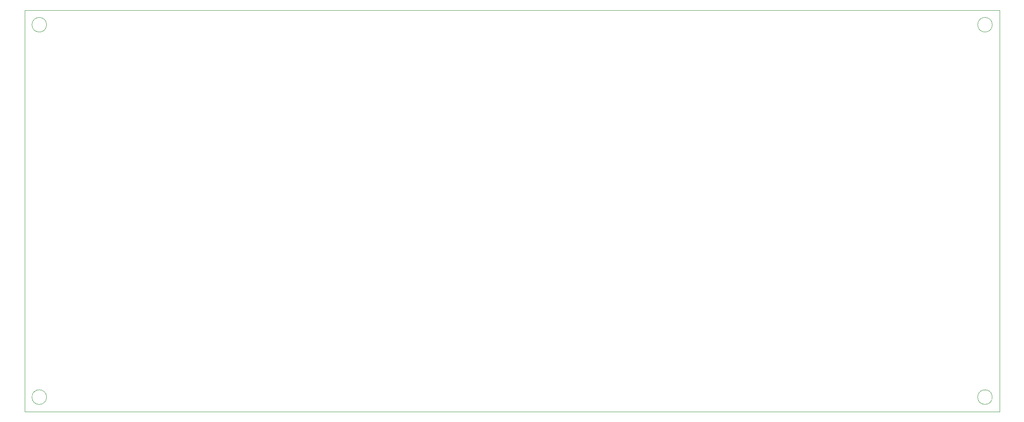
<source format=gbr>
%TF.GenerationSoftware,KiCad,Pcbnew,(6.0.1)*%
%TF.CreationDate,2023-09-19T13:45:30-05:00*%
%TF.ProjectId,TestMotherboard,54657374-4d6f-4746-9865-72626f617264,rev?*%
%TF.SameCoordinates,Original*%
%TF.FileFunction,Profile,NP*%
%FSLAX46Y46*%
G04 Gerber Fmt 4.6, Leading zero omitted, Abs format (unit mm)*
G04 Created by KiCad (PCBNEW (6.0.1)) date 2023-09-19 13:45:30*
%MOMM*%
%LPD*%
G01*
G04 APERTURE LIST*
%TA.AperFunction,Profile*%
%ADD10C,0.100000*%
%TD*%
G04 APERTURE END LIST*
D10*
X231000000Y-53000000D02*
G75*
G03*
X231000000Y-53000000I-1500000J0D01*
G01*
X231000000Y-129500000D02*
G75*
G03*
X231000000Y-129500000I-1500000J0D01*
G01*
X37000000Y-129500000D02*
G75*
G03*
X37000000Y-129500000I-1500000J0D01*
G01*
X37000000Y-53000000D02*
G75*
G03*
X37000000Y-53000000I-1500000J0D01*
G01*
X32500000Y-50000000D02*
X232500000Y-50000000D01*
X232500000Y-50000000D02*
X232500000Y-132500000D01*
X232500000Y-132500000D02*
X32500000Y-132500000D01*
X32500000Y-132500000D02*
X32500000Y-50000000D01*
M02*

</source>
